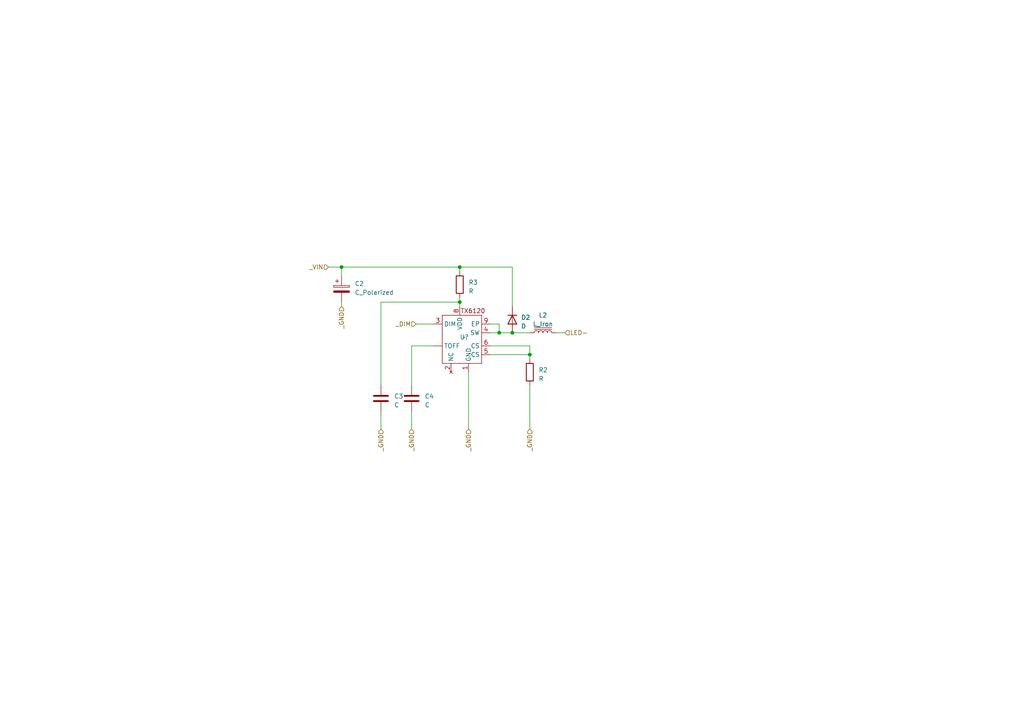
<source format=kicad_sch>
(kicad_sch (version 20230121) (generator eeschema)
  (paper "A4")
  (lib_symbols
    (symbol "1_meins:TX6120"
      (property "Reference" "U" (at 0 0 0))
      (symbol "TX6120_0_1"
        (rectangle (start -6.35 6.35) (end 5.08 -7.62))
      )
      (symbol "TX6120_1_1"
        (text "TX6120" (at 2.54 7.62 0) (effects (font (size 1.27 1.27))))
        (pin input line (at -8.89 -2.54 0) (length 2.54) (name "TOFF") (number ""))
        (pin power_in line (at 1.27 -10.16 90) (length 2.54) (name "GND") (number "1"))
        (pin no_connect line (at -3.81 -10.16 90) (length 2.54) (name "NC") (number "2"))
        (pin input line (at -8.89 3.81 0) (length 2.54) (name "DIM") (number "3"))
        (pin power_out line (at 7.62 1.27 180) (length 2.54) (name "SW") (number "4"))
        (pin input line (at 7.62 -5.08 180) (length 2.54) (name "CS") (number "5"))
        (pin input line (at 7.62 -2.54 180) (length 2.54) (name "CS") (number "6"))
        (pin power_in line (at -1.27 8.89 270) (length 2.54) (name "VDD") (number "8"))
        (pin power_out line (at 7.62 3.81 180) (length 2.54) (name "EP") (number "9"))
      )
    )
    (symbol "Device:C" (pin_numbers hide) (pin_names (offset 0.254))
      (property "Reference" "C" (at 0.635 2.54 0))
      (property "Value" "C" (at 0.635 -2.54 0))
      (symbol "C_0_1"
        (polyline (pts (xy -2.032 -0.762) (xy 2.032 -0.762)) (stroke (width 0.508)))
        (polyline (pts (xy -2.032 0.762) (xy 2.032 0.762)) (stroke (width 0.508)))
      )
      (symbol "C_1_1"
        (pin passive line (at 0 3.81 270) (length 2.794) (name "~") (number "1"))
        (pin passive line (at 0 -3.81 90) (length 2.794) (name "~") (number "2"))
      )
    )
    (symbol "Device:C_Polarized" (pin_numbers hide) (pin_names (offset 0.254))
      (property "Reference" "C" (at 0.635 2.54 0))
      (property "Value" "C_Polarized" (at 0.635 -2.54 0))
      (symbol "C_Polarized_0_1"
        (rectangle (start -2.286 0.508) (end 2.286 1.016))
        (polyline (pts (xy -1.778 2.286) (xy -0.762 2.286)))
        (polyline (pts (xy -1.27 2.794) (xy -1.27 1.778)))
        (rectangle (start 2.286 -0.508) (end -2.286 -1.016) (fill (type outline)))
      )
      (symbol "C_Polarized_1_1"
        (pin passive line (at 0 3.81 270) (length 2.794) (name "~") (number "1"))
        (pin passive line (at 0 -3.81 90) (length 2.794) (name "~") (number "2"))
      )
    )
    (symbol "Device:D" (pin_numbers hide) (pin_names (offset 1.016) hide)
      (property "Reference" "D" (at 0 2.54 0))
      (property "Value" "D" (at 0 -2.54 0))
      (symbol "D_0_1"
        (polyline (pts (xy -1.27 1.27) (xy -1.27 -1.27)) (stroke (width 0.254)))
        (polyline (pts (xy 1.27 0) (xy -1.27 0)))
        (polyline (pts (xy 1.27 1.27) (xy 1.27 -1.27) (xy -1.27 0) (xy 1.27 1.27)) (stroke (width 0.254)))
      )
      (symbol "D_1_1"
        (pin passive line (at -3.81 0 0) (length 2.54) (name "K") (number "1"))
        (pin passive line (at 3.81 0 180) (length 2.54) (name "A") (number "2"))
      )
    )
    (symbol "Device:L_Iron" (pin_numbers hide) (pin_names (offset 1.016) hide)
      (property "Reference" "L" (at -1.27 0 90))
      (property "Value" "L_Iron" (at 2.794 0 90))
      (symbol "L_Iron_0_1"
        (arc (start 0 -2.54) (mid 0.6323 -1.905) (end 0 -1.27))
        (arc (start 0 -1.27) (mid 0.6323 -0.635) (end 0 0))
        (polyline (pts (xy 1.016 2.54) (xy 1.016 -2.54)))
        (polyline (pts (xy 1.524 -2.54) (xy 1.524 2.54)))
        (arc (start 0 0) (mid 0.6323 0.635) (end 0 1.27))
        (arc (start 0 1.27) (mid 0.6323 1.905) (end 0 2.54))
      )
      (symbol "L_Iron_1_1"
        (pin passive line (at 0 3.81 270) (length 1.27) (name "1") (number "1"))
        (pin passive line (at 0 -3.81 90) (length 1.27) (name "2") (number "2"))
      )
    )
    (symbol "Device:R" (pin_numbers hide) (pin_names (offset 0))
      (property "Reference" "R" (at 2.032 0 90))
      (property "Value" "R" (at 0 0 90))
      (symbol "R_0_1"
        (rectangle (start -1.016 -2.54) (end 1.016 2.54) (stroke (width 0.254)))
      )
      (symbol "R_1_1"
        (pin passive line (at 0 3.81 270) (length 1.27) (name "~") (number "1"))
        (pin passive line (at 0 -3.81 90) (length 1.27) (name "~") (number "2"))
      )
    )
  )
  (junction (at 133.35 77.47))
  (junction (at 133.35 87.63))
  (junction (at 153.67 102.87))
  (junction (at 148.59 96.52))
  (junction (at 144.78 96.52))
  (junction (at 99.06 77.47))
  (wire (pts (xy 153.67 102.87) (xy 153.67 104.14)))
  (wire (pts (xy 153.67 111.76) (xy 153.67 124.46)))
  (wire (pts (xy 133.35 86.36) (xy 133.35 87.63)))
  (wire (pts (xy 120.65 93.98) (xy 125.73 93.98)))
  (wire (pts (xy 99.06 87.63) (xy 99.06 88.9)))
  (wire (pts (xy 110.49 87.63) (xy 110.49 111.76)))
  (wire (pts (xy 133.35 77.47) (xy 133.35 78.74)))
  (wire (pts (xy 119.38 100.33) (xy 125.73 100.33)))
  (wire (pts (xy 95.25 77.47) (xy 99.06 77.47)))
  (wire (pts (xy 133.35 87.63) (xy 133.35 88.9)))
  (wire (pts (xy 133.35 87.63) (xy 110.49 87.63)))
  (wire (pts (xy 119.38 111.76) (xy 119.38 100.33)))
  (wire (pts (xy 161.29 96.52) (xy 163.83 96.52)))
  (wire (pts (xy 153.67 100.33) (xy 153.67 102.87)))
  (wire (pts (xy 142.24 102.87) (xy 153.67 102.87)))
  (wire (pts (xy 119.38 119.38) (xy 119.38 124.46)))
  (wire (pts (xy 148.59 77.47) (xy 133.35 77.47)))
  (wire (pts (xy 148.59 88.9) (xy 148.59 77.47)))
  (wire (pts (xy 110.49 119.38) (xy 110.49 124.46)))
  (wire (pts (xy 144.78 93.98) (xy 144.78 96.52)))
  (wire (pts (xy 99.06 77.47) (xy 133.35 77.47)))
  (wire (pts (xy 148.59 96.52) (xy 153.67 96.52)))
  (wire (pts (xy 135.89 107.95) (xy 135.89 124.46)))
  (wire (pts (xy 99.06 77.47) (xy 99.06 80.01)))
  (wire (pts (xy 144.78 96.52) (xy 148.59 96.52)))
  (wire (pts (xy 142.24 100.33) (xy 153.67 100.33)))
  (wire (pts (xy 142.24 93.98) (xy 144.78 93.98)))
  (wire (pts (xy 142.24 96.52) (xy 144.78 96.52)))
  (hierarchical_label "LED-" (shape input) (at 163.83 96.52 0))
  (hierarchical_label "_GND" (shape input) (at 110.49 124.46 270))
  (hierarchical_label "_GND" (shape input) (at 135.89 124.46 270))
  (hierarchical_label "_GND" (shape input) (at 119.38 124.46 270))
  (hierarchical_label "_VIN" (shape input) (at 95.25 77.47 180))
  (hierarchical_label "_DIM" (shape input) (at 120.65 93.98 180))
  (hierarchical_label "_GND" (shape input) (at 153.67 124.46 270))
  (hierarchical_label "_GND" (shape input) (at 99.06 88.9 270))
  (symbol (lib_id "Device:R") (at 153.67 107.95 0) (unit 1)
    (property "Reference" "R2" (at 156.21 107.315 0) (effects (justify left)))
    (property "Value" "R" (at 156.21 109.855 0) (effects (justify left)))
  )
  (symbol (lib_id "Device:R") (at 133.35 82.55 0) (unit 1)
    (property "Reference" "R3" (at 135.89 81.915 0) (effects (justify left)))
    (property "Value" "R" (at 135.89 84.455 0) (effects (justify left)))
  )
  (symbol (lib_id "Device:C") (at 110.49 115.57 0) (unit 1)
    (property "Reference" "C3" (at 114.3 114.935 0) (effects (justify left)))
    (property "Value" "C" (at 114.3 117.475 0) (effects (justify left)))
  )
  (symbol (lib_id "Device:C") (at 119.38 115.57 0) (unit 1)
    (property "Reference" "C4" (at 123.19 114.935 0) (effects (justify left)))
    (property "Value" "C" (at 123.19 117.475 0) (effects (justify left)))
  )
  (symbol (lib_id "Device:L_Iron") (at 157.48 96.52 90) (unit 1)
    (property "Reference" "L2" (at 157.48 91.44 90))
    (property "Value" "L_Iron" (at 157.48 93.98 90))
  )
  (symbol (lib_id "Device:D") (at 148.59 92.71 270) (unit 1)
    (property "Reference" "D2" (at 151.13 92.075 90) (effects (justify left)))
    (property "Value" "D" (at 151.13 94.615 90) (effects (justify left)))
    (property "Sim.Device" "D" (effects hide))
    (property "Sim.Pins" "1=K 2=A" (effects hide))
  )
  (symbol (lib_id "Device:C_Polarized") (at 99.06 83.82 0) (unit 1)
    (property "Reference" "C2" (at 102.87 82.296 0) (effects (justify left)))
    (property "Value" "C_Polarized" (at 102.87 84.836 0) (effects (justify left)))
  )
  (symbol (lib_id "1_meins:TX6120") (at 134.62 97.79 0) (unit 1)
    (property "Reference" "U?" (at 133.35 97.79 0) (effects (justify left)))
    (property "Value" "~" (at 134.62 97.79 0))
    (property "Datasheet" "file:///Users/paulpritz/Library/Mobile%20Documents/com~apple~CloudDocs/elektronik/kicad/datasheets/TX6120_de.pdf" (effects hide))
    (instances (project "UV_LED" (path "" (reference "U?") (unit 1)) (path "" (reference "U2") (unit 1))))
  )
)
</source>
